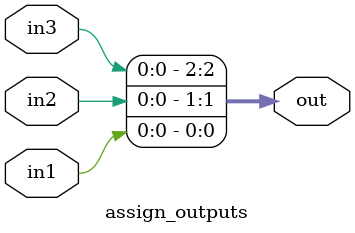
<source format=sv>
`default_nettype none
module assign_outputs(
    input logic in1,
    input logic in2,
    input logic in3,
    output logic [2:0] out
);
assign out = {in3, in2, in1};
endmodule
</source>
